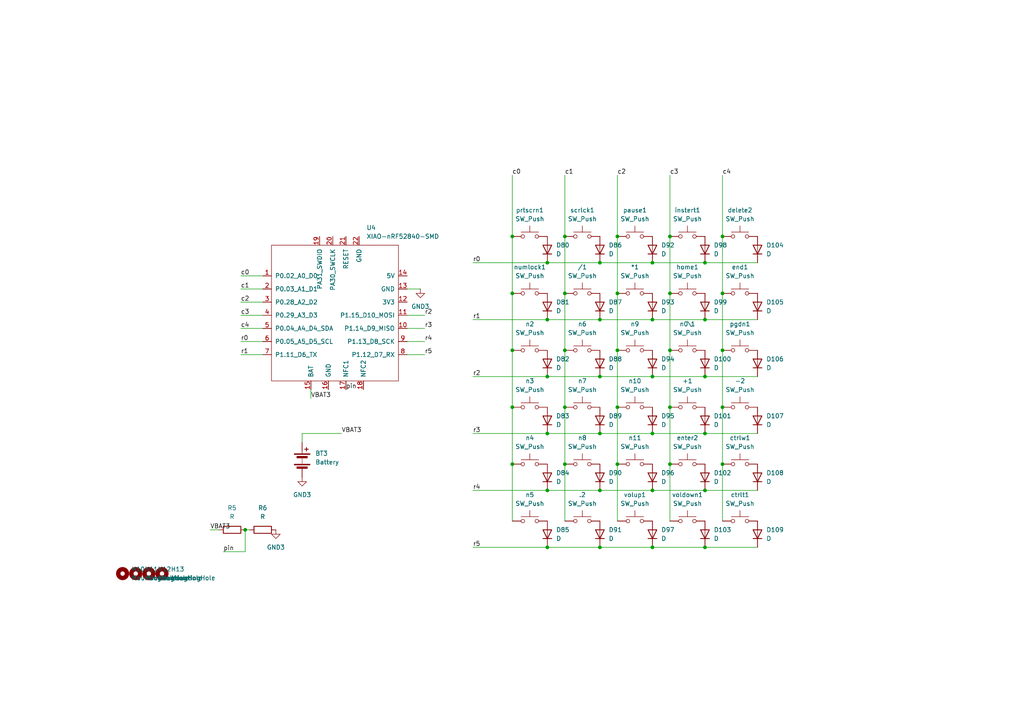
<source format=kicad_sch>
(kicad_sch (version 20250114) (generator "eeschema") (generator_version "9.0")
  (paper "A4")
  (lib_symbols
    (symbol "Asd:XIAO-nRF52840-SMD" (pin_names (offset 1.016))
      (property "Reference" "U" (at -18.542 23.114 0))
      (property "Value" "XIAO-nRF52840-SMD" (at -8.636 21.336 0))
      (symbol "XIAO-nRF52840-SMD_0_1"
        (rectangle (start -19.05 20.32) (end 17.78 -19.05))
      )
      (symbol "XIAO-nRF52840-SMD_1_1"
        (pin passive line (at -21.59 11.43 0) (length 2.54) (name "P0.02_A0_D0") (number "1"))
        (pin passive line (at -21.59 7.62 0) (length 2.54) (name "P0.03_A1_D1") (number "2"))
        (pin passive line (at -21.59 3.81 0) (length 2.54) (name "P0.28_A2_D2") (number "3"))
        (pin passive line (at -21.59 0 0) (length 2.54) (name "P0.29_A3_D3") (number "4"))
        (pin passive line (at -21.59 -3.81 0) (length 2.54) (name "P0.04_A4_D4_SDA") (number "5"))
        (pin passive line (at -21.59 -7.62 0) (length 2.54) (name "P0.05_A5_D5_SCL") (number "6"))
        (pin passive line (at -21.59 -11.43 0) (length 2.54) (name "P1.11_D6_TX") (number "7"))
        (pin passive line (at -7.62 -21.59 90) (length 2.54) (name "BAT") (number "15"))
        (pin passive line (at -5.08 22.86 270) (length 2.54) (name "PA31_SWDIO") (number "19"))
        (pin passive line (at -2.54 -21.59 90) (length 2.54) (name "GND") (number "16"))
        (pin passive line (at -1.27 22.86 270) (length 2.54) (name "PA30_SWCLK") (number "20"))
        (pin passive line (at 2.54 22.86 270) (length 2.54) (name "RESET") (number "21"))
        (pin passive line (at 2.54 -21.59 90) (length 2.54) (name "NFC1") (number "17"))
        (pin passive line (at 6.35 22.86 270) (length 2.54) (name "GND") (number "22"))
        (pin passive line (at 7.62 -21.59 90) (length 2.54) (name "NFC2") (number "18"))
        (pin passive line (at 20.32 11.43 180) (length 2.54) (name "5V") (number "14"))
        (pin passive line (at 20.32 7.62 180) (length 2.54) (name "GND") (number "13"))
        (pin passive line (at 20.32 3.81 180) (length 2.54) (name "3V3") (number "12"))
        (pin passive line (at 20.32 0 180) (length 2.54) (name "P1.15_D10_MOSI") (number "11"))
        (pin passive line (at 20.32 -3.81 180) (length 2.54) (name "P1.14_D9_MISO") (number "10"))
        (pin passive line (at 20.32 -7.62 180) (length 2.54) (name "P1.13_D8_SCK") (number "9"))
        (pin passive line (at 20.32 -11.43 180) (length 2.54) (name "P1.12_D7_RX") (number "8"))
      )
    )
    (symbol "Device:Battery" (pin_numbers (hide yes)) (pin_names (offset 0) (hide yes))
      (property "Reference" "BT" (at 2.54 2.54 0))
      (property "Value" "Battery" (at 2.54 0 0))
      (symbol "Battery_0_1"
        (rectangle (start -2.286 1.778) (end 2.286 1.524) (fill (type outline)))
        (rectangle (start -2.286 -1.27) (end 2.286 -1.524) (fill (type outline)))
        (rectangle (start -1.524 1.016) (end 1.524 0.508) (fill (type outline)))
        (rectangle (start -1.524 -2.032) (end 1.524 -2.54) (fill (type outline)))
        (polyline (pts (xy 0 1.778) (xy 0 2.54)))
        (polyline (pts (xy 0 0) (xy 0 0.254)))
        (polyline (pts (xy 0 -0.508) (xy 0 -0.254)))
        (polyline (pts (xy 0 -1.016) (xy 0 -0.762)))
        (polyline (pts (xy 0.762 3.048) (xy 1.778 3.048)) (stroke (width 0.254)))
        (polyline (pts (xy 1.27 3.556) (xy 1.27 2.54)) (stroke (width 0.254)))
      )
      (symbol "Battery_1_1"
        (pin passive line (at 0 5.08 270) (length 2.54) (name "+") (number "1"))
        (pin passive line (at 0 -5.08 90) (length 2.54) (name "-") (number "2"))
      )
    )
    (symbol "Device:D" (pin_numbers (hide yes)) (pin_names (offset 1.016) (hide yes))
      (property "Reference" "D" (at 0 2.54 0))
      (property "Value" "D" (at 0 -2.54 0))
      (symbol "D_0_1"
        (polyline (pts (xy -1.27 1.27) (xy -1.27 -1.27)) (stroke (width 0.254)))
        (polyline (pts (xy 1.27 1.27) (xy 1.27 -1.27) (xy -1.27 0) (xy 1.27 1.27)) (stroke (width 0.254)))
        (polyline (pts (xy 1.27 0) (xy -1.27 0)))
      )
      (symbol "D_1_1"
        (pin passive line (at -3.81 0 0) (length 2.54) (name "K") (number "1"))
        (pin passive line (at 3.81 0 180) (length 2.54) (name "A") (number "2"))
      )
    )
    (symbol "Device:R" (pin_numbers (hide yes)) (pin_names (offset 0))
      (property "Reference" "R" (at 2.032 0 90))
      (property "Value" "R" (at 0 0 90))
      (symbol "R_0_1"
        (rectangle (start -1.016 -2.54) (end 1.016 2.54) (stroke (width 0.254)))
      )
      (symbol "R_1_1"
        (pin passive line (at 0 3.81 270) (length 1.27) (name "~") (number "1"))
        (pin passive line (at 0 -3.81 90) (length 1.27) (name "~") (number "2"))
      )
    )
    (symbol "Mechanical:MountingHole" (pin_names (offset 1.016)) (in_bom no)
      (property "Reference" "H" (at 0 5.08 0))
      (property "Value" "MountingHole" (at 0 3.175 0))
      (symbol "MountingHole_0_1"
        (circle (center 0 0) (radius 1.27) (stroke (width 1.27)))
      )
    )
    (symbol "Switch:SW_Push" (pin_numbers (hide yes)) (pin_names (offset 1.016) (hide yes))
      (property "Reference" "SW" (at 1.27 2.54 0))
      (property "Value" "SW_Push" (at 0 -1.524 0))
      (symbol "SW_Push_0_1"
        (circle (center -2.032 0) (radius 0.508))
        (polyline (pts (xy 0 1.27) (xy 0 3.048)))
        (circle (center 2.032 0) (radius 0.508))
        (polyline (pts (xy 2.54 1.27) (xy -2.54 1.27)))
        (pin passive line (at -5.08 0 0) (length 2.54) (name "1") (number "1"))
        (pin passive line (at 5.08 0 180) (length 2.54) (name "2") (number "2"))
      )
    )
    (symbol "power:GND" (power) (pin_numbers (hide yes)) (pin_names (offset 0) (hide yes))
      (property "Value" "GND" (at 0 -3.81 0))
      (symbol "GND_0_1"
        (polyline (pts (xy 0 0) (xy 0 -1.27) (xy 1.27 -1.27) (xy 0 -2.54) (xy -1.27 -1.27) (xy 0 -1.27)))
      )
      (symbol "GND_1_1"
        (pin power_in line (at 0 0 270) (length 0) (name "~") (number "1"))
      )
    )
  )
  (junction (at 158.75 76.2))
  (junction (at 158.75 109.22))
  (junction (at 173.99 142.24))
  (junction (at 158.75 142.24))
  (junction (at 209.55 118.11))
  (junction (at 209.55 85.09))
  (junction (at 148.59 101.6))
  (junction (at 179.07 101.6))
  (junction (at 148.59 118.11))
  (junction (at 189.23 158.75))
  (junction (at 179.07 134.62))
  (junction (at 173.99 125.73))
  (junction (at 163.83 68.58))
  (junction (at 209.55 101.6))
  (junction (at 179.07 118.11))
  (junction (at 194.31 101.6))
  (junction (at 148.59 68.58))
  (junction (at 158.75 158.75))
  (junction (at 173.99 158.75))
  (junction (at 158.75 92.71))
  (junction (at 148.59 85.09))
  (junction (at 194.31 118.11))
  (junction (at 194.31 85.09))
  (junction (at 189.23 109.22))
  (junction (at 189.23 92.71))
  (junction (at 148.59 134.62))
  (junction (at 163.83 85.09))
  (junction (at 189.23 76.2))
  (junction (at 173.99 109.22))
  (junction (at 204.47 92.71))
  (junction (at 204.47 109.22))
  (junction (at 189.23 125.73))
  (junction (at 71.12 153.67))
  (junction (at 179.07 85.09))
  (junction (at 209.55 68.58))
  (junction (at 189.23 142.24))
  (junction (at 179.07 68.58))
  (junction (at 173.99 92.71))
  (junction (at 204.47 158.75))
  (junction (at 163.83 101.6))
  (junction (at 163.83 118.11))
  (junction (at 163.83 134.62))
  (junction (at 158.75 125.73))
  (junction (at 204.47 142.24))
  (junction (at 204.47 125.73))
  (junction (at 204.47 76.2))
  (junction (at 209.55 134.62))
  (junction (at 173.99 76.2))
  (junction (at 194.31 68.58))
  (junction (at 194.31 134.62))
  (wire (pts (xy 209.55 68.58) (xy 209.55 85.09)))
  (wire (pts (xy 158.75 109.22) (xy 173.99 109.22)))
  (wire (pts (xy 179.07 101.6) (xy 179.07 118.11)))
  (wire (pts (xy 158.75 76.2) (xy 173.99 76.2)))
  (wire (pts (xy 71.12 153.67) (xy 71.12 160.02)))
  (wire (pts (xy 158.75 92.71) (xy 173.99 92.71)))
  (wire (pts (xy 189.23 125.73) (xy 204.47 125.73)))
  (wire (pts (xy 118.11 83.82) (xy 121.92 83.82)))
  (wire (pts (xy 158.75 125.73) (xy 173.99 125.73)))
  (wire (pts (xy 173.99 76.2) (xy 189.23 76.2)))
  (wire (pts (xy 118.11 102.87) (xy 123.19 102.87)))
  (wire (pts (xy 179.07 85.09) (xy 179.07 101.6)))
  (wire (pts (xy 173.99 158.75) (xy 189.23 158.75)))
  (wire (pts (xy 69.85 95.25) (xy 76.2 95.25)))
  (wire (pts (xy 87.63 128.27) (xy 87.63 125.73)))
  (wire (pts (xy 179.07 68.58) (xy 179.07 85.09)))
  (wire (pts (xy 173.99 109.22) (xy 189.23 109.22)))
  (wire (pts (xy 148.59 101.6) (xy 148.59 118.11)))
  (wire (pts (xy 148.59 134.62) (xy 148.59 151.13)))
  (wire (pts (xy 194.31 134.62) (xy 194.31 151.13)))
  (wire (pts (xy 163.83 68.58) (xy 163.83 85.09)))
  (wire (pts (xy 204.47 76.2) (xy 219.71 76.2)))
  (wire (pts (xy 69.85 91.44) (xy 76.2 91.44)))
  (wire (pts (xy 163.83 101.6) (xy 163.83 118.11)))
  (wire (pts (xy 189.23 109.22) (xy 204.47 109.22)))
  (wire (pts (xy 194.31 68.58) (xy 194.31 85.09)))
  (wire (pts (xy 209.55 85.09) (xy 209.55 101.6)))
  (wire (pts (xy 209.55 134.62) (xy 209.55 151.13)))
  (wire (pts (xy 194.31 85.09) (xy 194.31 101.6)))
  (wire (pts (xy 148.59 68.58) (xy 148.59 85.09)))
  (wire (pts (xy 163.83 50.8) (xy 163.83 68.58)))
  (wire (pts (xy 204.47 125.73) (xy 219.71 125.73)))
  (wire (pts (xy 179.07 118.11) (xy 179.07 134.62)))
  (wire (pts (xy 158.75 158.75) (xy 173.99 158.75)))
  (wire (pts (xy 118.11 99.06) (xy 123.19 99.06)))
  (wire (pts (xy 137.16 142.24) (xy 158.75 142.24)))
  (wire (pts (xy 209.55 101.6) (xy 209.55 118.11)))
  (wire (pts (xy 204.47 109.22) (xy 219.71 109.22)))
  (wire (pts (xy 71.12 153.67) (xy 72.39 153.67)))
  (wire (pts (xy 179.07 50.8) (xy 179.07 68.58)))
  (wire (pts (xy 163.83 85.09) (xy 163.83 101.6)))
  (wire (pts (xy 163.83 134.62) (xy 163.83 151.13)))
  (wire (pts (xy 173.99 125.73) (xy 189.23 125.73)))
  (wire (pts (xy 137.16 125.73) (xy 158.75 125.73)))
  (wire (pts (xy 118.11 95.25) (xy 123.19 95.25)))
  (wire (pts (xy 148.59 85.09) (xy 148.59 101.6)))
  (wire (pts (xy 148.59 118.11) (xy 148.59 134.62)))
  (wire (pts (xy 69.85 99.06) (xy 76.2 99.06)))
  (wire (pts (xy 148.59 50.8) (xy 148.59 68.58)))
  (wire (pts (xy 173.99 142.24) (xy 189.23 142.24)))
  (wire (pts (xy 204.47 142.24) (xy 219.71 142.24)))
  (wire (pts (xy 189.23 142.24) (xy 204.47 142.24)))
  (wire (pts (xy 137.16 109.22) (xy 158.75 109.22)))
  (wire (pts (xy 163.83 118.11) (xy 163.83 134.62)))
  (wire (pts (xy 90.17 115.57) (xy 90.17 113.03)))
  (wire (pts (xy 137.16 76.2) (xy 158.75 76.2)))
  (wire (pts (xy 194.31 50.8) (xy 194.31 68.58)))
  (wire (pts (xy 179.07 134.62) (xy 179.07 151.13)))
  (wire (pts (xy 69.85 83.82) (xy 76.2 83.82)))
  (wire (pts (xy 137.16 158.75) (xy 158.75 158.75)))
  (wire (pts (xy 189.23 92.71) (xy 204.47 92.71)))
  (wire (pts (xy 189.23 158.75) (xy 204.47 158.75)))
  (wire (pts (xy 69.85 80.01) (xy 76.2 80.01)))
  (wire (pts (xy 87.63 125.73) (xy 99.06 125.73)))
  (wire (pts (xy 204.47 92.71) (xy 219.71 92.71)))
  (wire (pts (xy 69.85 102.87) (xy 76.2 102.87)))
  (wire (pts (xy 189.23 76.2) (xy 204.47 76.2)))
  (wire (pts (xy 194.31 118.11) (xy 194.31 134.62)))
  (wire (pts (xy 118.11 91.44) (xy 123.19 91.44)))
  (wire (pts (xy 194.31 101.6) (xy 194.31 118.11)))
  (wire (pts (xy 137.16 92.71) (xy 158.75 92.71)))
  (wire (pts (xy 64.77 160.02) (xy 71.12 160.02)))
  (wire (pts (xy 158.75 142.24) (xy 173.99 142.24)))
  (wire (pts (xy 204.47 158.75) (xy 219.71 158.75)))
  (wire (pts (xy 63.5 153.67) (xy 60.96 153.67)))
  (wire (pts (xy 69.85 87.63) (xy 76.2 87.63)))
  (wire (pts (xy 209.55 50.8) (xy 209.55 68.58)))
  (wire (pts (xy 209.55 118.11) (xy 209.55 134.62)))
  (wire (pts (xy 173.99 92.71) (xy 189.23 92.71)))
  (label "c2" (at 179.07 50.8 0))
  (label "r2" (at 137.16 109.22 0))
  (label "VBAT3" (at 99.06 125.73 0))
  (label "VBAT3" (at 60.96 153.67 0))
  (label "r4" (at 137.16 142.24 0))
  (label "pin" (at 64.77 160.02 0))
  (label "r4" (at 123.19 99.06 0))
  (label "r5" (at 137.16 158.75 0))
  (label "r1" (at 69.85 102.87 0))
  (label "r3" (at 137.16 125.73 0))
  (label "c2" (at 69.85 87.63 0))
  (label "c4" (at 69.85 95.25 0))
  (label "r0" (at 137.16 76.2 0))
  (label "r1" (at 137.16 92.71 0))
  (label "VBAT3" (at 90.17 115.57 0))
  (label "c1" (at 69.85 83.82 0))
  (label "c3" (at 69.85 91.44 0))
  (label "c3" (at 194.31 50.8 0))
  (label "c4" (at 209.55 50.8 0))
  (label "c0" (at 148.59 50.8 0))
  (label "r5" (at 123.19 102.87 0))
  (label "c1" (at 163.83 50.8 0))
  (label "r0" (at 69.85 99.06 0))
  (label "r3" (at 123.19 95.25 0))
  (label "c0" (at 69.85 80.01 0))
  (label "pin" (at 100.33 113.03 0))
  (label "r2" (at 123.19 91.44 0))
  (symbol (lib_id "Device:D") (at 189.23 138.43 90) (unit 1)
    (property "Reference" "D96" (at 191.77 137.1599 90) (effects (justify right)))
    (property "Value" "D" (at 191.77 139.6999 90) (effects (justify right)))
    (property "Footprint" "Diode_THT:D_DO-41_SOD81_P7.62mm_Horizontal" (effects (hide yes)))
    (property "Sim.Device" "D" (effects (hide yes)))
    (property "Sim.Pins" "1=K 2=A" (effects (hide yes)))
  )
  (symbol (lib_id "Device:D") (at 204.47 154.94 90) (unit 1)
    (property "Reference" "D103" (at 207.01 153.6699 90) (effects (justify right)))
    (property "Value" "D" (at 207.01 156.2099 90) (effects (justify right)))
    (property "Footprint" "Diode_THT:D_DO-41_SOD81_P7.62mm_Horizontal" (effects (hide yes)))
    (property "Sim.Device" "D" (effects (hide yes)))
    (property "Sim.Pins" "1=K 2=A" (effects (hide yes)))
  )
  (symbol (lib_id "Mechanical:MountingHole") (at 39.37 166.37 0) (unit 1) (in_bom no)
    (property "Reference" "H11" (at 41.91 165.0999 0) (effects (justify left)))
    (property "Value" "MountingHole" (at 41.91 167.6399 0) (effects (justify left)))
    (property "Footprint" "Library:mouse-bite-5mm-slot" (effects (hide yes)))
    (property "Description" "Mounting Hole without connection" (effects (hide yes)))
  )
  (symbol (lib_id "Switch:SW_Push") (at 199.39 68.58 0) (unit 1)
    (property "Reference" "instert1" (at 199.39 60.96 0))
    (property "Value" "SW_Push" (at 199.39 63.5 0))
    (property "Footprint" "Button_Switch_Keyboard:SW_Cherry_MX_1.00u_PCB" (effects (hide yes)))
  )
  (symbol (lib_id "Device:D") (at 173.99 105.41 90) (unit 1)
    (property "Reference" "D88" (at 176.53 104.1399 90) (effects (justify right)))
    (property "Value" "D" (at 176.53 106.6799 90) (effects (justify right)))
    (property "Footprint" "Diode_THT:D_DO-41_SOD81_P7.62mm_Horizontal" (effects (hide yes)))
    (property "Sim.Device" "D" (effects (hide yes)))
    (property "Sim.Pins" "1=K 2=A" (effects (hide yes)))
  )
  (symbol (lib_id "Switch:SW_Push") (at 199.39 101.6 0) (unit 1)
    (property "Reference" "n0\\1" (at 199.39 93.98 0))
    (property "Value" "SW_Push" (at 199.39 96.52 0))
    (property "Footprint" "Button_Switch_Keyboard:SW_Cherry_MX_1.00u_PCB" (effects (hide yes)))
  )
  (symbol (lib_id "Switch:SW_Push") (at 153.67 101.6 0) (unit 1)
    (property "Reference" "n2" (at 153.67 93.98 0))
    (property "Value" "SW_Push" (at 153.67 96.52 0))
    (property "Footprint" "Button_Switch_Keyboard:SW_Cherry_MX_1.00u_PCB" (effects (hide yes)))
  )
  (symbol (lib_id "Device:D") (at 204.47 72.39 90) (unit 1)
    (property "Reference" "D98" (at 207.01 71.1199 90) (effects (justify right)))
    (property "Value" "D" (at 207.01 73.6599 90) (effects (justify right)))
    (property "Footprint" "Diode_THT:D_DO-41_SOD81_P7.62mm_Horizontal" (effects (hide yes)))
    (property "Sim.Device" "D" (effects (hide yes)))
    (property "Sim.Pins" "1=K 2=A" (effects (hide yes)))
  )
  (symbol (lib_id "Device:Battery") (at 87.63 133.35 0) (unit 1)
    (property "Reference" "BT3" (at 91.44 131.5084 0) (effects (justify left)))
    (property "Value" "Battery" (at 91.44 134.0484 0) (effects (justify left)))
    (property "Footprint" "Battery:BatteryHolder_Keystone_1057_1x2032" (effects (hide yes)))
  )
  (symbol (lib_id "Device:D") (at 219.71 105.41 90) (unit 1)
    (property "Reference" "D106" (at 222.25 104.1399 90) (effects (justify right)))
    (property "Value" "D" (at 222.25 106.6799 90) (effects (justify right)))
    (property "Footprint" "Diode_THT:D_DO-41_SOD81_P7.62mm_Horizontal" (effects (hide yes)))
    (property "Sim.Device" "D" (effects (hide yes)))
    (property "Sim.Pins" "1=K 2=A" (effects (hide yes)))
  )
  (symbol (lib_id "Device:D") (at 219.71 154.94 90) (unit 1)
    (property "Reference" "D109" (at 222.25 153.6699 90) (effects (justify right)))
    (property "Value" "D" (at 222.25 156.2099 90) (effects (justify right)))
    (property "Footprint" "Diode_THT:D_DO-41_SOD81_P7.62mm_Horizontal" (effects (hide yes)))
    (property "Sim.Device" "D" (effects (hide yes)))
    (property "Sim.Pins" "1=K 2=A" (effects (hide yes)))
  )
  (symbol (lib_id "Device:D") (at 158.75 72.39 90) (unit 1)
    (property "Reference" "D80" (at 161.29 71.1199 90) (effects (justify right)))
    (property "Value" "D" (at 161.29 73.6599 90) (effects (justify right)))
    (property "Footprint" "Diode_THT:D_DO-41_SOD81_P7.62mm_Horizontal" (effects (hide yes)))
    (property "Sim.Device" "D" (effects (hide yes)))
    (property "Sim.Pins" "1=K 2=A" (effects (hide yes)))
  )
  (symbol (lib_id "Switch:SW_Push") (at 168.91 134.62 0) (unit 1)
    (property "Reference" "n8" (at 168.91 127 0))
    (property "Value" "SW_Push" (at 168.91 129.54 0))
    (property "Footprint" "Button_Switch_Keyboard:SW_Cherry_MX_1.00u_PCB" (effects (hide yes)))
  )
  (symbol (lib_id "Switch:SW_Push") (at 168.91 101.6 0) (unit 1)
    (property "Reference" "n6" (at 168.91 93.98 0))
    (property "Value" "SW_Push" (at 168.91 96.52 0))
    (property "Footprint" "Button_Switch_Keyboard:SW_Cherry_MX_1.00u_PCB" (effects (hide yes)))
  )
  (symbol (lib_id "Switch:SW_Push") (at 153.67 151.13 0) (unit 1)
    (property "Reference" "n5" (at 153.67 143.51 0))
    (property "Value" "SW_Push" (at 153.67 146.05 0))
    (property "Footprint" "Button_Switch_Keyboard:SW_Cherry_MX_1.00u_PCB" (effects (hide yes)))
  )
  (symbol (lib_id "Mechanical:MountingHole") (at 43.18 166.37 0) (unit 1) (in_bom no)
    (property "Reference" "H12" (at 45.72 165.0999 0) (effects (justify left)))
    (property "Value" "MountingHole" (at 45.72 167.6399 0) (effects (justify left)))
    (property "Footprint" "Library:mouse-bite-5mm-slot" (effects (hide yes)))
    (property "Description" "Mounting Hole without connection" (effects (hide yes)))
  )
  (symbol (lib_id "Switch:SW_Push") (at 184.15 134.62 0) (unit 1)
    (property "Reference" "n11" (at 184.15 127 0))
    (property "Value" "SW_Push" (at 184.15 129.54 0))
    (property "Footprint" "Button_Switch_Keyboard:SW_Cherry_MX_1.00u_PCB" (effects (hide yes)))
  )
  (symbol (lib_id "Mechanical:MountingHole") (at 35.56 166.37 0) (unit 1) (in_bom no)
    (property "Reference" "H10" (at 38.1 165.0999 0) (effects (justify left)))
    (property "Value" "MountingHole" (at 38.1 167.6399 0) (effects (justify left)))
    (property "Footprint" "Library:mouse-bite-5mm-slot" (effects (hide yes)))
    (property "Description" "Mounting Hole without connection" (effects (hide yes)))
  )
  (symbol (lib_id "Switch:SW_Push") (at 168.91 118.11 0) (unit 1)
    (property "Reference" "n7" (at 168.91 110.49 0))
    (property "Value" "SW_Push" (at 168.91 113.03 0))
    (property "Footprint" "Button_Switch_Keyboard:SW_Cherry_MX_1.00u_PCB" (effects (hide yes)))
  )
  (symbol (lib_id "Device:D") (at 204.47 138.43 90) (unit 1)
    (property "Reference" "D102" (at 207.01 137.1599 90) (effects (justify right)))
    (property "Value" "D" (at 207.01 139.6999 90) (effects (justify right)))
    (property "Footprint" "Diode_THT:D_DO-41_SOD81_P7.62mm_Horizontal" (effects (hide yes)))
    (property "Sim.Device" "D" (effects (hide yes)))
    (property "Sim.Pins" "1=K 2=A" (effects (hide yes)))
  )
  (symbol (lib_id "Mechanical:MountingHole") (at 46.99 166.37 0) (unit 1) (in_bom no)
    (property "Reference" "H13" (at 49.53 165.0999 0) (effects (justify left)))
    (property "Value" "MountingHole" (at 49.53 167.6399 0) (effects (justify left)))
    (property "Footprint" "Library:mouse-bite-5mm-slot" (effects (hide yes)))
    (property "Description" "Mounting Hole without connection" (effects (hide yes)))
  )
  (symbol (lib_id "Device:D") (at 158.75 105.41 90) (unit 1)
    (property "Reference" "D82" (at 161.29 104.1399 90) (effects (justify right)))
    (property "Value" "D" (at 161.29 106.6799 90) (effects (justify right)))
    (property "Footprint" "Diode_THT:D_DO-41_SOD81_P7.62mm_Horizontal" (effects (hide yes)))
    (property "Sim.Device" "D" (effects (hide yes)))
    (property "Sim.Pins" "1=K 2=A" (effects (hide yes)))
  )
  (symbol (lib_id "Device:D") (at 219.71 88.9 90) (unit 1)
    (property "Reference" "D105" (at 222.25 87.6299 90) (effects (justify right)))
    (property "Value" "D" (at 222.25 90.1699 90) (effects (justify right)))
    (property "Footprint" "Diode_THT:D_DO-41_SOD81_P7.62mm_Horizontal" (effects (hide yes)))
    (property "Sim.Device" "D" (effects (hide yes)))
    (property "Sim.Pins" "1=K 2=A" (effects (hide yes)))
  )
  (symbol (lib_id "Device:D") (at 189.23 154.94 90) (unit 1)
    (property "Reference" "D97" (at 191.77 153.6699 90) (effects (justify right)))
    (property "Value" "D" (at 191.77 156.2099 90) (effects (justify right)))
    (property "Footprint" "Diode_THT:D_DO-41_SOD81_P7.62mm_Horizontal" (effects (hide yes)))
    (property "Sim.Device" "D" (effects (hide yes)))
    (property "Sim.Pins" "1=K 2=A" (effects (hide yes)))
  )
  (symbol (lib_id "Device:D") (at 204.47 121.92 90) (unit 1)
    (property "Reference" "D101" (at 207.01 120.6499 90) (effects (justify right)))
    (property "Value" "D" (at 207.01 123.1899 90) (effects (justify right)))
    (property "Footprint" "Diode_THT:D_DO-41_SOD81_P7.62mm_Horizontal" (effects (hide yes)))
    (property "Sim.Device" "D" (effects (hide yes)))
    (property "Sim.Pins" "1=K 2=A" (effects (hide yes)))
  )
  (symbol (lib_id "Device:D") (at 173.99 138.43 90) (unit 1)
    (property "Reference" "D90" (at 176.53 137.1599 90) (effects (justify right)))
    (property "Value" "D" (at 176.53 139.6999 90) (effects (justify right)))
    (property "Footprint" "Diode_THT:D_DO-41_SOD81_P7.62mm_Horizontal" (effects (hide yes)))
    (property "Sim.Device" "D" (effects (hide yes)))
    (property "Sim.Pins" "1=K 2=A" (effects (hide yes)))
  )
  (symbol (lib_id "Device:D") (at 158.75 154.94 90) (unit 1)
    (property "Reference" "D85" (at 161.29 153.6699 90) (effects (justify right)))
    (property "Value" "D" (at 161.29 156.2099 90) (effects (justify right)))
    (property "Footprint" "Diode_THT:D_DO-41_SOD81_P7.62mm_Horizontal" (effects (hide yes)))
    (property "Sim.Device" "D" (effects (hide yes)))
    (property "Sim.Pins" "1=K 2=A" (effects (hide yes)))
  )
  (symbol (lib_id "Switch:SW_Push") (at 214.63 151.13 0) (unit 1)
    (property "Reference" "ctrlt1" (at 214.63 143.51 0))
    (property "Value" "SW_Push" (at 214.63 146.05 0))
    (property "Footprint" "Button_Switch_Keyboard:SW_Cherry_MX_1.00u_PCB" (effects (hide yes)))
  )
  (symbol (lib_id "Switch:SW_Push") (at 199.39 151.13 0) (unit 1)
    (property "Reference" "voldown1" (at 199.39 143.51 0))
    (property "Value" "SW_Push" (at 199.39 146.05 0))
    (property "Footprint" "Button_Switch_Keyboard:SW_Cherry_MX_1.00u_PCB" (effects (hide yes)))
  )
  (symbol (lib_id "Switch:SW_Push") (at 184.15 85.09 0) (unit 1)
    (property "Reference" "*1" (at 184.15 77.47 0))
    (property "Value" "SW_Push" (at 184.15 80.01 0))
    (property "Footprint" "Button_Switch_Keyboard:SW_Cherry_MX_1.00u_PCB" (effects (hide yes)))
  )
  (symbol (lib_id "Device:D") (at 173.99 88.9 90) (unit 1)
    (property "Reference" "D87" (at 176.53 87.6299 90) (effects (justify right)))
    (property "Value" "D" (at 176.53 90.1699 90) (effects (justify right)))
    (property "Footprint" "Diode_THT:D_DO-41_SOD81_P7.62mm_Horizontal" (effects (hide yes)))
    (property "Sim.Device" "D" (effects (hide yes)))
    (property "Sim.Pins" "1=K 2=A" (effects (hide yes)))
  )
  (symbol (lib_id "Switch:SW_Push") (at 214.63 134.62 0) (unit 1)
    (property "Reference" "ctrlw1" (at 214.63 127 0))
    (property "Value" "SW_Push" (at 214.63 129.54 0))
    (property "Footprint" "Button_Switch_Keyboard:SW_Cherry_MX_1.00u_PCB" (effects (hide yes)))
  )
  (symbol (lib_id "Switch:SW_Push") (at 168.91 151.13 0) (unit 1)
    (property "Reference" ".2" (at 168.91 143.51 0))
    (property "Value" "SW_Push" (at 168.91 146.05 0))
    (property "Footprint" "Button_Switch_Keyboard:SW_Cherry_MX_1.00u_PCB" (effects (hide yes)))
  )
  (symbol (lib_id "Device:D") (at 189.23 88.9 90) (unit 1)
    (property "Reference" "D93" (at 191.77 87.6299 90) (effects (justify right)))
    (property "Value" "D" (at 191.77 90.1699 90) (effects (justify right)))
    (property "Footprint" "Diode_THT:D_DO-41_SOD81_P7.62mm_Horizontal" (effects (hide yes)))
    (property "Sim.Device" "D" (effects (hide yes)))
    (property "Sim.Pins" "1=K 2=A" (effects (hide yes)))
  )
  (symbol (lib_id "Switch:SW_Push") (at 214.63 68.58 0) (unit 1)
    (property "Reference" "delete2" (at 214.63 60.96 0))
    (property "Value" "SW_Push" (at 214.63 63.5 0))
    (property "Footprint" "Button_Switch_Keyboard:SW_Cherry_MX_1.00u_PCB" (effects (hide yes)))
  )
  (symbol (lib_id "Switch:SW_Push") (at 153.67 68.58 0) (unit 1)
    (property "Reference" "prtscrn1" (at 153.67 60.96 0))
    (property "Value" "SW_Push" (at 153.67 63.5 0))
    (property "Footprint" "Button_Switch_Keyboard:SW_Cherry_MX_1.00u_PCB" (effects (hide yes)))
  )
  (symbol (lib_id "Device:D") (at 158.75 88.9 90) (unit 1)
    (property "Reference" "D81" (at 161.29 87.6299 90) (effects (justify right)))
    (property "Value" "D" (at 161.29 90.1699 90) (effects (justify right)))
    (property "Footprint" "Diode_THT:D_DO-41_SOD81_P7.62mm_Horizontal" (effects (hide yes)))
    (property "Sim.Device" "D" (effects (hide yes)))
    (property "Sim.Pins" "1=K 2=A" (effects (hide yes)))
  )
  (symbol (lib_id "Switch:SW_Push") (at 168.91 68.58 0) (unit 1)
    (property "Reference" "scrlck1" (at 168.91 60.96 0))
    (property "Value" "SW_Push" (at 168.91 63.5 0))
    (property "Footprint" "Button_Switch_Keyboard:SW_Cherry_MX_1.00u_PCB" (effects (hide yes)))
  )
  (symbol (lib_id "Switch:SW_Push") (at 199.39 134.62 0) (unit 1)
    (property "Reference" "enter2" (at 199.39 127 0))
    (property "Value" "SW_Push" (at 199.39 129.54 0))
    (property "Footprint" "Button_Switch_Keyboard:SW_Cherry_MX_1.00u_PCB" (effects (hide yes)))
  )
  (symbol (lib_id "Device:D") (at 219.71 121.92 90) (unit 1)
    (property "Reference" "D107" (at 222.25 120.6499 90) (effects (justify right)))
    (property "Value" "D" (at 222.25 123.1899 90) (effects (justify right)))
    (property "Footprint" "Diode_THT:D_DO-41_SOD81_P7.62mm_Horizontal" (effects (hide yes)))
    (property "Sim.Device" "D" (effects (hide yes)))
    (property "Sim.Pins" "1=K 2=A" (effects (hide yes)))
  )
  (symbol (lib_id "Switch:SW_Push") (at 153.67 134.62 0) (unit 1)
    (property "Reference" "n4" (at 153.67 127 0))
    (property "Value" "SW_Push" (at 153.67 129.54 0))
    (property "Footprint" "Button_Switch_Keyboard:SW_Cherry_MX_1.00u_PCB" (effects (hide yes)))
  )
  (symbol (lib_id "Switch:SW_Push") (at 214.63 118.11 0) (unit 1)
    (property "Reference" "-2" (at 214.63 110.49 0))
    (property "Value" "SW_Push" (at 214.63 113.03 0))
    (property "Footprint" "Button_Switch_Keyboard:SW_Cherry_MX_1.00u_PCB" (effects (hide yes)))
  )
  (symbol (lib_id "Device:R") (at 76.2 153.67 90) (unit 1)
    (property "Reference" "R6" (at 76.2 147.32 90))
    (property "Value" "R" (at 76.2 149.86 90))
    (property "Footprint" "Resistor_SMD:R_0805_2012Metric" (effects (hide yes)))
  )
  (symbol (lib_id "Asd:XIAO-nRF52840-SMD") (at 97.79 91.44 0) (unit 1)
    (property "Reference" "U4" (at 106.2833 66.04 0) (effects (justify left)))
    (property "Value" "XIAO-nRF52840-SMD" (at 106.2833 68.58 0) (effects (justify left)))
    (property "Footprint" "Library:modified-XIAO-nRF52840-SMD" (effects (hide yes)))
  )
  (symbol (lib_id "Device:D") (at 173.99 72.39 90) (unit 1)
    (property "Reference" "D86" (at 176.53 71.1199 90) (effects (justify right)))
    (property "Value" "D" (at 176.53 73.6599 90) (effects (justify right)))
    (property "Footprint" "Diode_THT:D_DO-41_SOD81_P7.62mm_Horizontal" (effects (hide yes)))
    (property "Sim.Device" "D" (effects (hide yes)))
    (property "Sim.Pins" "1=K 2=A" (effects (hide yes)))
  )
  (symbol (lib_id "power:GND") (at 121.92 83.82 0) (unit 1)
    (property "Reference" "#PWR09" (effects (hide yes)))
    (property "Value" "GND3" (at 121.92 88.9 0))
    (property "Description" "Power symbol creates a global label with name \"GND\" , ground" (effects (hide yes)))
  )
  (symbol (lib_id "Device:D") (at 204.47 105.41 90) (unit 1)
    (property "Reference" "D100" (at 207.01 104.1399 90) (effects (justify right)))
    (property "Value" "D" (at 207.01 106.6799 90) (effects (justify right)))
    (property "Footprint" "Diode_THT:D_DO-41_SOD81_P7.62mm_Horizontal" (effects (hide yes)))
    (property "Sim.Device" "D" (effects (hide yes)))
    (property "Sim.Pins" "1=K 2=A" (effects (hide yes)))
  )
  (symbol (lib_id "Switch:SW_Push") (at 214.63 101.6 0) (unit 1)
    (property "Reference" "pgdn1" (at 214.63 93.98 0))
    (property "Value" "SW_Push" (at 214.63 96.52 0))
    (property "Footprint" "Button_Switch_Keyboard:SW_Cherry_MX_1.00u_PCB" (effects (hide yes)))
  )
  (symbol (lib_id "power:GND") (at 87.63 138.43 0) (unit 1)
    (property "Reference" "#PWR08" (effects (hide yes)))
    (property "Value" "GND3" (at 87.63 143.51 0))
    (property "Description" "Power symbol creates a global label with name \"GND\" , ground" (effects (hide yes)))
  )
  (symbol (lib_id "Switch:SW_Push") (at 214.63 85.09 0) (unit 1)
    (property "Reference" "end1" (at 214.63 77.47 0))
    (property "Value" "SW_Push" (at 214.63 80.01 0))
    (property "Footprint" "Button_Switch_Keyboard:SW_Cherry_MX_1.00u_PCB" (effects (hide yes)))
  )
  (symbol (lib_id "Device:D") (at 189.23 121.92 90) (unit 1)
    (property "Reference" "D95" (at 191.77 120.6499 90) (effects (justify right)))
    (property "Value" "D" (at 191.77 123.1899 90) (effects (justify right)))
    (property "Footprint" "Diode_THT:D_DO-41_SOD81_P7.62mm_Horizontal" (effects (hide yes)))
    (property "Sim.Device" "D" (effects (hide yes)))
    (property "Sim.Pins" "1=K 2=A" (effects (hide yes)))
  )
  (symbol (lib_id "Switch:SW_Push") (at 153.67 118.11 0) (unit 1)
    (property "Reference" "n3" (at 153.67 110.49 0))
    (property "Value" "SW_Push" (at 153.67 113.03 0))
    (property "Footprint" "Button_Switch_Keyboard:SW_Cherry_MX_1.00u_PCB" (effects (hide yes)))
  )
  (symbol (lib_id "Switch:SW_Push") (at 184.15 68.58 0) (unit 1)
    (property "Reference" "pause1" (at 184.15 60.96 0))
    (property "Value" "SW_Push" (at 184.15 63.5 0))
    (property "Footprint" "Button_Switch_Keyboard:SW_Cherry_MX_1.00u_PCB" (effects (hide yes)))
  )
  (symbol (lib_id "Switch:SW_Push") (at 184.15 151.13 0) (unit 1)
    (property "Reference" "volup1" (at 184.15 143.51 0))
    (property "Value" "SW_Push" (at 184.15 146.05 0))
    (property "Footprint" "Button_Switch_Keyboard:SW_Cherry_MX_1.00u_PCB" (effects (hide yes)))
  )
  (symbol (lib_id "Device:R") (at 67.31 153.67 90) (unit 1)
    (property "Reference" "R5" (at 67.31 147.32 90))
    (property "Value" "R" (at 67.31 149.86 90))
    (property "Footprint" "Resistor_SMD:R_0805_2012Metric" (effects (hide yes)))
  )
  (symbol (lib_id "Device:D") (at 189.23 72.39 90) (unit 1)
    (property "Reference" "D92" (at 191.77 71.1199 90) (effects (justify right)))
    (property "Value" "D" (at 191.77 73.6599 90) (effects (justify right)))
    (property "Footprint" "Diode_THT:D_DO-41_SOD81_P7.62mm_Horizontal" (effects (hide yes)))
    (property "Sim.Device" "D" (effects (hide yes)))
    (property "Sim.Pins" "1=K 2=A" (effects (hide yes)))
  )
  (symbol (lib_id "Device:D") (at 189.23 105.41 90) (unit 1)
    (property "Reference" "D94" (at 191.77 104.1399 90) (effects (justify right)))
    (property "Value" "D" (at 191.77 106.6799 90) (effects (justify right)))
    (property "Footprint" "Diode_THT:D_DO-41_SOD81_P7.62mm_Horizontal" (effects (hide yes)))
    (property "Sim.Device" "D" (effects (hide yes)))
    (property "Sim.Pins" "1=K 2=A" (effects (hide yes)))
  )
  (symbol (lib_id "Switch:SW_Push") (at 199.39 118.11 0) (unit 1)
    (property "Reference" "+1" (at 199.39 110.49 0))
    (property "Value" "SW_Push" (at 199.39 113.03 0))
    (property "Footprint" "Button_Switch_Keyboard:SW_Cherry_MX_1.00u_PCB" (effects (hide yes)))
  )
  (symbol (lib_id "Switch:SW_Push") (at 153.67 85.09 0) (unit 1)
    (property "Reference" "numlock1" (at 153.67 77.47 0))
    (property "Value" "SW_Push" (at 153.67 80.01 0))
    (property "Footprint" "Button_Switch_Keyboard:SW_Cherry_MX_1.00u_PCB" (effects (hide yes)))
  )
  (symbol (lib_id "Switch:SW_Push") (at 184.15 118.11 0) (unit 1)
    (property "Reference" "n10" (at 184.15 110.49 0))
    (property "Value" "SW_Push" (at 184.15 113.03 0))
    (property "Footprint" "Button_Switch_Keyboard:SW_Cherry_MX_1.00u_PCB" (effects (hide yes)))
  )
  (symbol (lib_id "Device:D") (at 158.75 121.92 90) (unit 1)
    (property "Reference" "D83" (at 161.29 120.6499 90) (effects (justify right)))
    (property "Value" "D" (at 161.29 123.1899 90) (effects (justify right)))
    (property "Footprint" "Diode_THT:D_DO-41_SOD81_P7.62mm_Horizontal" (effects (hide yes)))
    (property "Sim.Device" "D" (effects (hide yes)))
    (property "Sim.Pins" "1=K 2=A" (effects (hide yes)))
  )
  (symbol (lib_id "power:GND") (at 80.01 153.67 0) (unit 1)
    (property "Reference" "#PWR07" (effects (hide yes)))
    (property "Value" "GND3" (at 80.01 158.75 0))
    (property "Description" "Power symbol creates a global label with name \"GND\" , ground" (effects (hide yes)))
  )
  (symbol (lib_id "Device:D") (at 219.71 72.39 90) (unit 1)
    (property "Reference" "D104" (at 222.25 71.1199 90) (effects (justify right)))
    (property "Value" "D" (at 222.25 73.6599 90) (effects (justify right)))
    (property "Footprint" "Diode_THT:D_DO-41_SOD81_P7.62mm_Horizontal" (effects (hide yes)))
    (property "Sim.Device" "D" (effects (hide yes)))
    (property "Sim.Pins" "1=K 2=A" (effects (hide yes)))
  )
  (symbol (lib_id "Device:D") (at 219.71 138.43 90) (unit 1)
    (property "Reference" "D108" (at 222.25 137.1599 90) (effects (justify right)))
    (property "Value" "D" (at 222.25 139.6999 90) (effects (justify right)))
    (property "Footprint" "Diode_THT:D_DO-41_SOD81_P7.62mm_Horizontal" (effects (hide yes)))
    (property "Sim.Device" "D" (effects (hide yes)))
    (property "Sim.Pins" "1=K 2=A" (effects (hide yes)))
  )
  (symbol (lib_id "Switch:SW_Push") (at 184.15 101.6 0) (unit 1)
    (property "Reference" "n9" (at 184.15 93.98 0))
    (property "Value" "SW_Push" (at 184.15 96.52 0))
    (property "Footprint" "Button_Switch_Keyboard:SW_Cherry_MX_1.00u_PCB" (effects (hide yes)))
  )
  (symbol (lib_id "Device:D") (at 158.75 138.43 90) (unit 1)
    (property "Reference" "D84" (at 161.29 137.1599 90) (effects (justify right)))
    (property "Value" "D" (at 161.29 139.6999 90) (effects (justify right)))
    (property "Footprint" "Diode_THT:D_DO-41_SOD81_P7.62mm_Horizontal" (effects (hide yes)))
    (property "Sim.Device" "D" (effects (hide yes)))
    (property "Sim.Pins" "1=K 2=A" (effects (hide yes)))
  )
  (symbol (lib_id "Device:D") (at 204.47 88.9 90) (unit 1)
    (property "Reference" "D99" (at 207.01 87.6299 90) (effects (justify right)))
    (property "Value" "D" (at 207.01 90.1699 90) (effects (justify right)))
    (property "Footprint" "Diode_THT:D_DO-41_SOD81_P7.62mm_Horizontal" (effects (hide yes)))
    (property "Sim.Device" "D" (effects (hide yes)))
    (property "Sim.Pins" "1=K 2=A" (effects (hide yes)))
  )
  (symbol (lib_id "Switch:SW_Push") (at 199.39 85.09 0) (unit 1)
    (property "Reference" "home1" (at 199.39 77.47 0))
    (property "Value" "SW_Push" (at 199.39 80.01 0))
    (property "Footprint" "Button_Switch_Keyboard:SW_Cherry_MX_1.00u_PCB" (effects (hide yes)))
  )
  (symbol (lib_id "Device:D") (at 173.99 154.94 90) (unit 1)
    (property "Reference" "D91" (at 176.53 153.6699 90) (effects (justify right)))
    (property "Value" "D" (at 176.53 156.2099 90) (effects (justify right)))
    (property "Footprint" "Diode_THT:D_DO-41_SOD81_P7.62mm_Horizontal" (effects (hide yes)))
    (property "Sim.Device" "D" (effects (hide yes)))
    (property "Sim.Pins" "1=K 2=A" (effects (hide yes)))
  )
  (symbol (lib_id "Switch:SW_Push") (at 168.91 85.09 0) (unit 1)
    (property "Reference" "/1" (at 168.91 77.47 0))
    (property "Value" "SW_Push" (at 168.91 80.01 0))
    (property "Footprint" "Button_Switch_Keyboard:SW_Cherry_MX_1.00u_PCB" (effects (hide yes)))
  )
  (symbol (lib_id "Device:D") (at 173.99 121.92 90) (unit 1)
    (property "Reference" "D89" (at 176.53 120.6499 90) (effects (justify right)))
    (property "Value" "D" (at 176.53 123.1899 90) (effects (justify right)))
    (property "Footprint" "Diode_THT:D_DO-41_SOD81_P7.62mm_Horizontal" (effects (hide yes)))
    (property "Sim.Device" "D" (effects (hide yes)))
    (property "Sim.Pins" "1=K 2=A" (effects (hide yes)))
  )
)
</source>
